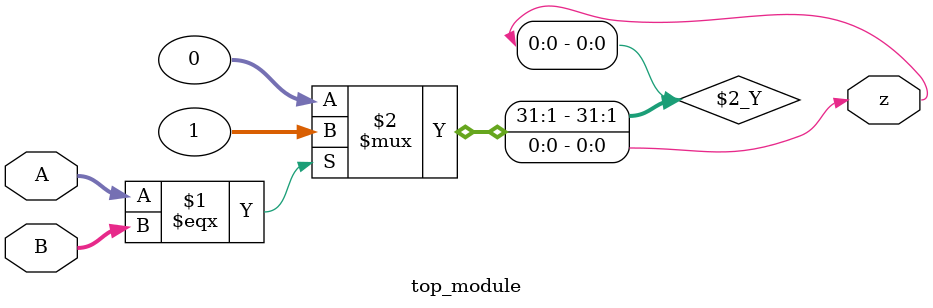
<source format=v>
module top_module(
    input [1:0] A,
    input [1:0] B,
    output z);                      // == (outputs one only if all bits match, here x and z are not checked, they assume as if they are equal)
    assign z = (A === B) ? 1 : 0;   // === (outputs one only if all bits match, even x and z bits must be the same in both numbers)
endmodule


// for the testcases provided in the question, both == and === can be used
</source>
